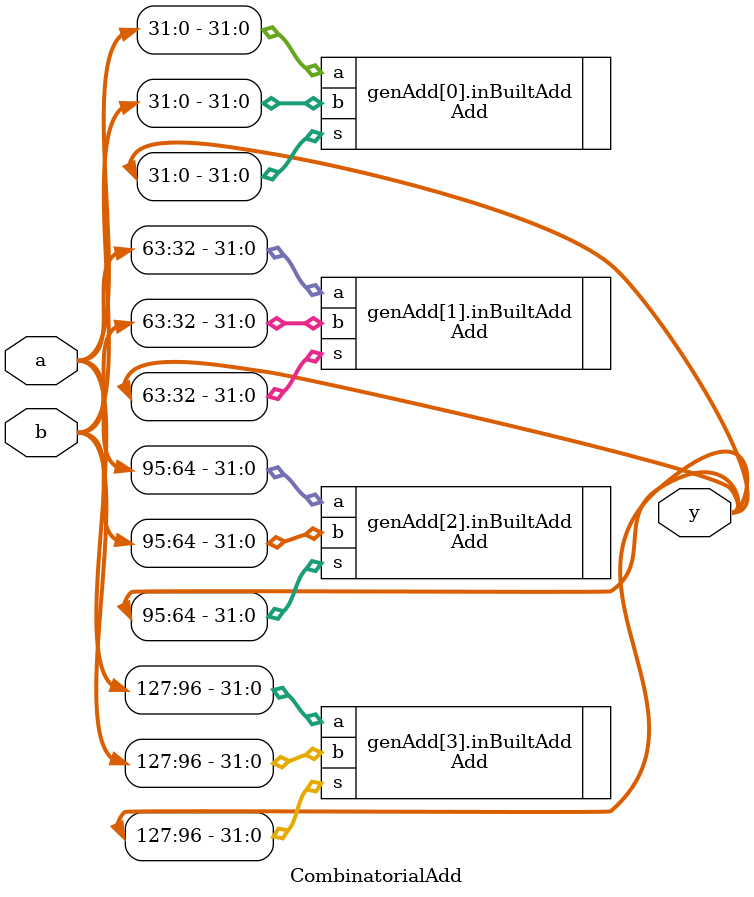
<source format=v>
`timescale 1ns / 1ps
module CombinatorialAdd(y,a,b);
	parameter WIDTH = 32;					// wordlength
	parameter SIZE = 4;						// SIZE of vector 

	input [WIDTH*SIZE-1:0] a;
	input [WIDTH*SIZE-1:0] b; 			// Arow Bcol
	output [WIDTH*SIZE-1:0] y;

	genvar i; 									// multiply the row by column and save results in partial
	generate for (i = 0; i < SIZE  ; i = i+1) begin:genAdd
		 Add inBuiltAdd(.s(y[WIDTH*(i+1)-1 : WIDTH*i]), .a(a[WIDTH*(i+1)-1 : WIDTH*i]), .b(b[WIDTH*(i+1)-1 : WIDTH*i]));
	end endgenerate

endmodule

</source>
